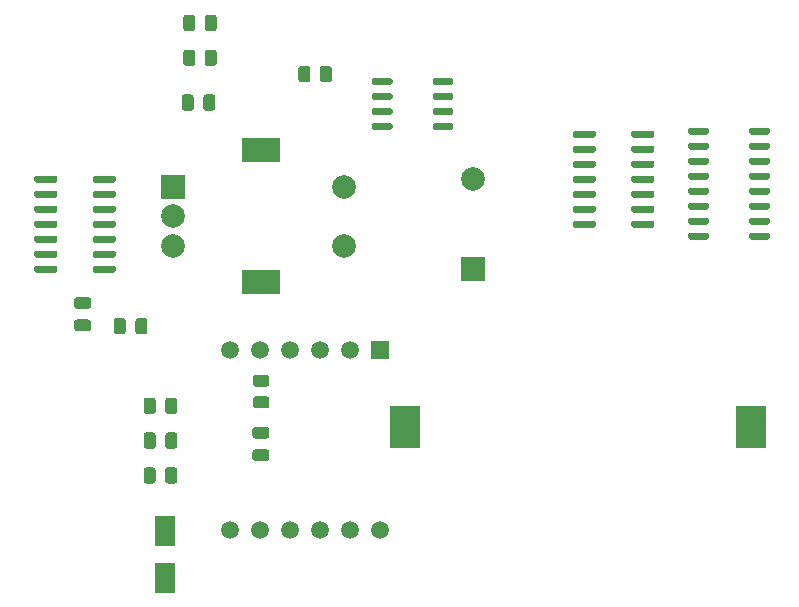
<source format=gbr>
%TF.GenerationSoftware,KiCad,Pcbnew,(5.1.8)-1*%
%TF.CreationDate,2021-03-12T13:42:17+01:00*%
%TF.ProjectId,AP,41502e6b-6963-4616-945f-706362585858,rev?*%
%TF.SameCoordinates,Original*%
%TF.FileFunction,Soldermask,Bot*%
%TF.FilePolarity,Negative*%
%FSLAX46Y46*%
G04 Gerber Fmt 4.6, Leading zero omitted, Abs format (unit mm)*
G04 Created by KiCad (PCBNEW (5.1.8)-1) date 2021-03-12 13:42:17*
%MOMM*%
%LPD*%
G01*
G04 APERTURE LIST*
%ADD10R,2.000000X2.000000*%
%ADD11C,2.000000*%
%ADD12R,3.200000X2.000000*%
%ADD13C,1.500000*%
%ADD14R,1.500000X1.500000*%
%ADD15R,1.800000X2.500000*%
%ADD16R,2.600000X3.600000*%
G04 APERTURE END LIST*
%TO.C,RTC1*%
G36*
G01*
X170610000Y-82065000D02*
X170610000Y-81765000D01*
G75*
G02*
X170760000Y-81615000I150000J0D01*
G01*
X172210000Y-81615000D01*
G75*
G02*
X172360000Y-81765000I0J-150000D01*
G01*
X172360000Y-82065000D01*
G75*
G02*
X172210000Y-82215000I-150000J0D01*
G01*
X170760000Y-82215000D01*
G75*
G02*
X170610000Y-82065000I0J150000D01*
G01*
G37*
G36*
G01*
X170610000Y-80795000D02*
X170610000Y-80495000D01*
G75*
G02*
X170760000Y-80345000I150000J0D01*
G01*
X172210000Y-80345000D01*
G75*
G02*
X172360000Y-80495000I0J-150000D01*
G01*
X172360000Y-80795000D01*
G75*
G02*
X172210000Y-80945000I-150000J0D01*
G01*
X170760000Y-80945000D01*
G75*
G02*
X170610000Y-80795000I0J150000D01*
G01*
G37*
G36*
G01*
X170610000Y-79525000D02*
X170610000Y-79225000D01*
G75*
G02*
X170760000Y-79075000I150000J0D01*
G01*
X172210000Y-79075000D01*
G75*
G02*
X172360000Y-79225000I0J-150000D01*
G01*
X172360000Y-79525000D01*
G75*
G02*
X172210000Y-79675000I-150000J0D01*
G01*
X170760000Y-79675000D01*
G75*
G02*
X170610000Y-79525000I0J150000D01*
G01*
G37*
G36*
G01*
X170610000Y-78255000D02*
X170610000Y-77955000D01*
G75*
G02*
X170760000Y-77805000I150000J0D01*
G01*
X172210000Y-77805000D01*
G75*
G02*
X172360000Y-77955000I0J-150000D01*
G01*
X172360000Y-78255000D01*
G75*
G02*
X172210000Y-78405000I-150000J0D01*
G01*
X170760000Y-78405000D01*
G75*
G02*
X170610000Y-78255000I0J150000D01*
G01*
G37*
G36*
G01*
X165460000Y-78255000D02*
X165460000Y-77955000D01*
G75*
G02*
X165610000Y-77805000I150000J0D01*
G01*
X167060000Y-77805000D01*
G75*
G02*
X167210000Y-77955000I0J-150000D01*
G01*
X167210000Y-78255000D01*
G75*
G02*
X167060000Y-78405000I-150000J0D01*
G01*
X165610000Y-78405000D01*
G75*
G02*
X165460000Y-78255000I0J150000D01*
G01*
G37*
G36*
G01*
X165460000Y-79525000D02*
X165460000Y-79225000D01*
G75*
G02*
X165610000Y-79075000I150000J0D01*
G01*
X167060000Y-79075000D01*
G75*
G02*
X167210000Y-79225000I0J-150000D01*
G01*
X167210000Y-79525000D01*
G75*
G02*
X167060000Y-79675000I-150000J0D01*
G01*
X165610000Y-79675000D01*
G75*
G02*
X165460000Y-79525000I0J150000D01*
G01*
G37*
G36*
G01*
X165460000Y-80795000D02*
X165460000Y-80495000D01*
G75*
G02*
X165610000Y-80345000I150000J0D01*
G01*
X167060000Y-80345000D01*
G75*
G02*
X167210000Y-80495000I0J-150000D01*
G01*
X167210000Y-80795000D01*
G75*
G02*
X167060000Y-80945000I-150000J0D01*
G01*
X165610000Y-80945000D01*
G75*
G02*
X165460000Y-80795000I0J150000D01*
G01*
G37*
G36*
G01*
X165460000Y-82065000D02*
X165460000Y-81765000D01*
G75*
G02*
X165610000Y-81615000I150000J0D01*
G01*
X167060000Y-81615000D01*
G75*
G02*
X167210000Y-81765000I0J-150000D01*
G01*
X167210000Y-82065000D01*
G75*
G02*
X167060000Y-82215000I-150000J0D01*
G01*
X165610000Y-82215000D01*
G75*
G02*
X165460000Y-82065000I0J150000D01*
G01*
G37*
%TD*%
%TO.C,RI2c2*%
G36*
G01*
X161055000Y-77920001D02*
X161055000Y-77019999D01*
G75*
G02*
X161304999Y-76770000I249999J0D01*
G01*
X161830001Y-76770000D01*
G75*
G02*
X162080000Y-77019999I0J-249999D01*
G01*
X162080000Y-77920001D01*
G75*
G02*
X161830001Y-78170000I-249999J0D01*
G01*
X161304999Y-78170000D01*
G75*
G02*
X161055000Y-77920001I0J249999D01*
G01*
G37*
G36*
G01*
X159230000Y-77920001D02*
X159230000Y-77019999D01*
G75*
G02*
X159479999Y-76770000I249999J0D01*
G01*
X160005001Y-76770000D01*
G75*
G02*
X160255000Y-77019999I0J-249999D01*
G01*
X160255000Y-77920001D01*
G75*
G02*
X160005001Y-78170000I-249999J0D01*
G01*
X159479999Y-78170000D01*
G75*
G02*
X159230000Y-77920001I0J249999D01*
G01*
G37*
%TD*%
%TO.C,RI2c1*%
G36*
G01*
X151174400Y-80333001D02*
X151174400Y-79432999D01*
G75*
G02*
X151424399Y-79183000I249999J0D01*
G01*
X151949401Y-79183000D01*
G75*
G02*
X152199400Y-79432999I0J-249999D01*
G01*
X152199400Y-80333001D01*
G75*
G02*
X151949401Y-80583000I-249999J0D01*
G01*
X151424399Y-80583000D01*
G75*
G02*
X151174400Y-80333001I0J249999D01*
G01*
G37*
G36*
G01*
X149349400Y-80333001D02*
X149349400Y-79432999D01*
G75*
G02*
X149599399Y-79183000I249999J0D01*
G01*
X150124401Y-79183000D01*
G75*
G02*
X150374400Y-79432999I0J-249999D01*
G01*
X150374400Y-80333001D01*
G75*
G02*
X150124401Y-80583000I-249999J0D01*
G01*
X149599399Y-80583000D01*
G75*
G02*
X149349400Y-80333001I0J249999D01*
G01*
G37*
%TD*%
%TO.C,Rec3*%
G36*
G01*
X151304401Y-73583000D02*
X151304401Y-72682998D01*
G75*
G02*
X151554400Y-72432999I249999J0D01*
G01*
X152079402Y-72432999D01*
G75*
G02*
X152329401Y-72682998I0J-249999D01*
G01*
X152329401Y-73583000D01*
G75*
G02*
X152079402Y-73832999I-249999J0D01*
G01*
X151554400Y-73832999D01*
G75*
G02*
X151304401Y-73583000I0J249999D01*
G01*
G37*
G36*
G01*
X149479401Y-73583000D02*
X149479401Y-72682998D01*
G75*
G02*
X149729400Y-72432999I249999J0D01*
G01*
X150254402Y-72432999D01*
G75*
G02*
X150504401Y-72682998I0J-249999D01*
G01*
X150504401Y-73583000D01*
G75*
G02*
X150254402Y-73832999I-249999J0D01*
G01*
X149729400Y-73832999D01*
G75*
G02*
X149479401Y-73583000I0J249999D01*
G01*
G37*
%TD*%
%TO.C,Rec2*%
G36*
G01*
X145434000Y-99256001D02*
X145434000Y-98355999D01*
G75*
G02*
X145683999Y-98106000I249999J0D01*
G01*
X146209001Y-98106000D01*
G75*
G02*
X146459000Y-98355999I0J-249999D01*
G01*
X146459000Y-99256001D01*
G75*
G02*
X146209001Y-99506000I-249999J0D01*
G01*
X145683999Y-99506000D01*
G75*
G02*
X145434000Y-99256001I0J249999D01*
G01*
G37*
G36*
G01*
X143609000Y-99256001D02*
X143609000Y-98355999D01*
G75*
G02*
X143858999Y-98106000I249999J0D01*
G01*
X144384001Y-98106000D01*
G75*
G02*
X144634000Y-98355999I0J-249999D01*
G01*
X144634000Y-99256001D01*
G75*
G02*
X144384001Y-99506000I-249999J0D01*
G01*
X143858999Y-99506000D01*
G75*
G02*
X143609000Y-99256001I0J249999D01*
G01*
G37*
%TD*%
%TO.C,Rec1*%
G36*
G01*
X151304401Y-76533000D02*
X151304401Y-75632998D01*
G75*
G02*
X151554400Y-75382999I249999J0D01*
G01*
X152079402Y-75382999D01*
G75*
G02*
X152329401Y-75632998I0J-249999D01*
G01*
X152329401Y-76533000D01*
G75*
G02*
X152079402Y-76782999I-249999J0D01*
G01*
X151554400Y-76782999D01*
G75*
G02*
X151304401Y-76533000I0J249999D01*
G01*
G37*
G36*
G01*
X149479401Y-76533000D02*
X149479401Y-75632998D01*
G75*
G02*
X149729400Y-75382999I249999J0D01*
G01*
X150254402Y-75382999D01*
G75*
G02*
X150504401Y-75632998I0J-249999D01*
G01*
X150504401Y-76533000D01*
G75*
G02*
X150254402Y-76782999I-249999J0D01*
G01*
X149729400Y-76782999D01*
G75*
G02*
X149479401Y-76533000I0J249999D01*
G01*
G37*
%TD*%
%TO.C,R4*%
G36*
G01*
X147957801Y-105999000D02*
X147957801Y-105098998D01*
G75*
G02*
X148207800Y-104848999I249999J0D01*
G01*
X148732802Y-104848999D01*
G75*
G02*
X148982801Y-105098998I0J-249999D01*
G01*
X148982801Y-105999000D01*
G75*
G02*
X148732802Y-106248999I-249999J0D01*
G01*
X148207800Y-106248999D01*
G75*
G02*
X147957801Y-105999000I0J249999D01*
G01*
G37*
G36*
G01*
X146132801Y-105999000D02*
X146132801Y-105098998D01*
G75*
G02*
X146382800Y-104848999I249999J0D01*
G01*
X146907802Y-104848999D01*
G75*
G02*
X147157801Y-105098998I0J-249999D01*
G01*
X147157801Y-105999000D01*
G75*
G02*
X146907802Y-106248999I-249999J0D01*
G01*
X146382800Y-106248999D01*
G75*
G02*
X146132801Y-105999000I0J249999D01*
G01*
G37*
%TD*%
%TO.C,R3*%
G36*
G01*
X147957801Y-108949000D02*
X147957801Y-108048998D01*
G75*
G02*
X148207800Y-107798999I249999J0D01*
G01*
X148732802Y-107798999D01*
G75*
G02*
X148982801Y-108048998I0J-249999D01*
G01*
X148982801Y-108949000D01*
G75*
G02*
X148732802Y-109198999I-249999J0D01*
G01*
X148207800Y-109198999D01*
G75*
G02*
X147957801Y-108949000I0J249999D01*
G01*
G37*
G36*
G01*
X146132801Y-108949000D02*
X146132801Y-108048998D01*
G75*
G02*
X146382800Y-107798999I249999J0D01*
G01*
X146907802Y-107798999D01*
G75*
G02*
X147157801Y-108048998I0J-249999D01*
G01*
X147157801Y-108949000D01*
G75*
G02*
X146907802Y-109198999I-249999J0D01*
G01*
X146382800Y-109198999D01*
G75*
G02*
X146132801Y-108949000I0J249999D01*
G01*
G37*
%TD*%
%TO.C,R2*%
G36*
G01*
X147957801Y-111899000D02*
X147957801Y-110998998D01*
G75*
G02*
X148207800Y-110748999I249999J0D01*
G01*
X148732802Y-110748999D01*
G75*
G02*
X148982801Y-110998998I0J-249999D01*
G01*
X148982801Y-111899000D01*
G75*
G02*
X148732802Y-112148999I-249999J0D01*
G01*
X148207800Y-112148999D01*
G75*
G02*
X147957801Y-111899000I0J249999D01*
G01*
G37*
G36*
G01*
X146132801Y-111899000D02*
X146132801Y-110998998D01*
G75*
G02*
X146382800Y-110748999I249999J0D01*
G01*
X146907802Y-110748999D01*
G75*
G02*
X147157801Y-110998998I0J-249999D01*
G01*
X147157801Y-111899000D01*
G75*
G02*
X146907802Y-112148999I-249999J0D01*
G01*
X146382800Y-112148999D01*
G75*
G02*
X146132801Y-111899000I0J249999D01*
G01*
G37*
%TD*%
%TO.C,R1*%
G36*
G01*
X156540000Y-103944399D02*
X155639998Y-103944399D01*
G75*
G02*
X155389999Y-103694400I0J249999D01*
G01*
X155389999Y-103169398D01*
G75*
G02*
X155639998Y-102919399I249999J0D01*
G01*
X156540000Y-102919399D01*
G75*
G02*
X156789999Y-103169398I0J-249999D01*
G01*
X156789999Y-103694400D01*
G75*
G02*
X156540000Y-103944399I-249999J0D01*
G01*
G37*
G36*
G01*
X156540000Y-105769399D02*
X155639998Y-105769399D01*
G75*
G02*
X155389999Y-105519400I0J249999D01*
G01*
X155389999Y-104994398D01*
G75*
G02*
X155639998Y-104744399I249999J0D01*
G01*
X156540000Y-104744399D01*
G75*
G02*
X156789999Y-104994398I0J-249999D01*
G01*
X156789999Y-105519400D01*
G75*
G02*
X156540000Y-105769399I-249999J0D01*
G01*
G37*
%TD*%
D10*
%TO.C,Nastaven1*%
X148590000Y-86995000D03*
D11*
X148590000Y-89495000D03*
X148590000Y-91995000D03*
D12*
X156090000Y-83895000D03*
X156090000Y-95095000D03*
D11*
X163090000Y-86995000D03*
X163090000Y-91995000D03*
%TD*%
D13*
%TO.C,Displej1*%
X166116000Y-116078000D03*
X163576000Y-116078000D03*
X161036000Y-116078000D03*
X158496000Y-116078000D03*
X155956000Y-116078000D03*
X153416000Y-116078000D03*
X153416000Y-100838000D03*
X155956000Y-100838000D03*
X158496000Y-100838000D03*
X161036000Y-100838000D03*
X163576000Y-100838000D03*
D14*
X166116000Y-100838000D03*
%TD*%
D15*
%TO.C,Dioda1*%
X147955000Y-116110000D03*
X147955000Y-120110000D03*
%TD*%
%TO.C,Demultiplexor1*%
G36*
G01*
X194007000Y-82146000D02*
X194007000Y-82446000D01*
G75*
G02*
X193857000Y-82596000I-150000J0D01*
G01*
X192407000Y-82596000D01*
G75*
G02*
X192257000Y-82446000I0J150000D01*
G01*
X192257000Y-82146000D01*
G75*
G02*
X192407000Y-81996000I150000J0D01*
G01*
X193857000Y-81996000D01*
G75*
G02*
X194007000Y-82146000I0J-150000D01*
G01*
G37*
G36*
G01*
X194007000Y-83416000D02*
X194007000Y-83716000D01*
G75*
G02*
X193857000Y-83866000I-150000J0D01*
G01*
X192407000Y-83866000D01*
G75*
G02*
X192257000Y-83716000I0J150000D01*
G01*
X192257000Y-83416000D01*
G75*
G02*
X192407000Y-83266000I150000J0D01*
G01*
X193857000Y-83266000D01*
G75*
G02*
X194007000Y-83416000I0J-150000D01*
G01*
G37*
G36*
G01*
X194007000Y-84686000D02*
X194007000Y-84986000D01*
G75*
G02*
X193857000Y-85136000I-150000J0D01*
G01*
X192407000Y-85136000D01*
G75*
G02*
X192257000Y-84986000I0J150000D01*
G01*
X192257000Y-84686000D01*
G75*
G02*
X192407000Y-84536000I150000J0D01*
G01*
X193857000Y-84536000D01*
G75*
G02*
X194007000Y-84686000I0J-150000D01*
G01*
G37*
G36*
G01*
X194007000Y-85956000D02*
X194007000Y-86256000D01*
G75*
G02*
X193857000Y-86406000I-150000J0D01*
G01*
X192407000Y-86406000D01*
G75*
G02*
X192257000Y-86256000I0J150000D01*
G01*
X192257000Y-85956000D01*
G75*
G02*
X192407000Y-85806000I150000J0D01*
G01*
X193857000Y-85806000D01*
G75*
G02*
X194007000Y-85956000I0J-150000D01*
G01*
G37*
G36*
G01*
X194007000Y-87226000D02*
X194007000Y-87526000D01*
G75*
G02*
X193857000Y-87676000I-150000J0D01*
G01*
X192407000Y-87676000D01*
G75*
G02*
X192257000Y-87526000I0J150000D01*
G01*
X192257000Y-87226000D01*
G75*
G02*
X192407000Y-87076000I150000J0D01*
G01*
X193857000Y-87076000D01*
G75*
G02*
X194007000Y-87226000I0J-150000D01*
G01*
G37*
G36*
G01*
X194007000Y-88496000D02*
X194007000Y-88796000D01*
G75*
G02*
X193857000Y-88946000I-150000J0D01*
G01*
X192407000Y-88946000D01*
G75*
G02*
X192257000Y-88796000I0J150000D01*
G01*
X192257000Y-88496000D01*
G75*
G02*
X192407000Y-88346000I150000J0D01*
G01*
X193857000Y-88346000D01*
G75*
G02*
X194007000Y-88496000I0J-150000D01*
G01*
G37*
G36*
G01*
X194007000Y-89766000D02*
X194007000Y-90066000D01*
G75*
G02*
X193857000Y-90216000I-150000J0D01*
G01*
X192407000Y-90216000D01*
G75*
G02*
X192257000Y-90066000I0J150000D01*
G01*
X192257000Y-89766000D01*
G75*
G02*
X192407000Y-89616000I150000J0D01*
G01*
X193857000Y-89616000D01*
G75*
G02*
X194007000Y-89766000I0J-150000D01*
G01*
G37*
G36*
G01*
X194007000Y-91036000D02*
X194007000Y-91336000D01*
G75*
G02*
X193857000Y-91486000I-150000J0D01*
G01*
X192407000Y-91486000D01*
G75*
G02*
X192257000Y-91336000I0J150000D01*
G01*
X192257000Y-91036000D01*
G75*
G02*
X192407000Y-90886000I150000J0D01*
G01*
X193857000Y-90886000D01*
G75*
G02*
X194007000Y-91036000I0J-150000D01*
G01*
G37*
G36*
G01*
X199157000Y-91036000D02*
X199157000Y-91336000D01*
G75*
G02*
X199007000Y-91486000I-150000J0D01*
G01*
X197557000Y-91486000D01*
G75*
G02*
X197407000Y-91336000I0J150000D01*
G01*
X197407000Y-91036000D01*
G75*
G02*
X197557000Y-90886000I150000J0D01*
G01*
X199007000Y-90886000D01*
G75*
G02*
X199157000Y-91036000I0J-150000D01*
G01*
G37*
G36*
G01*
X199157000Y-89766000D02*
X199157000Y-90066000D01*
G75*
G02*
X199007000Y-90216000I-150000J0D01*
G01*
X197557000Y-90216000D01*
G75*
G02*
X197407000Y-90066000I0J150000D01*
G01*
X197407000Y-89766000D01*
G75*
G02*
X197557000Y-89616000I150000J0D01*
G01*
X199007000Y-89616000D01*
G75*
G02*
X199157000Y-89766000I0J-150000D01*
G01*
G37*
G36*
G01*
X199157000Y-88496000D02*
X199157000Y-88796000D01*
G75*
G02*
X199007000Y-88946000I-150000J0D01*
G01*
X197557000Y-88946000D01*
G75*
G02*
X197407000Y-88796000I0J150000D01*
G01*
X197407000Y-88496000D01*
G75*
G02*
X197557000Y-88346000I150000J0D01*
G01*
X199007000Y-88346000D01*
G75*
G02*
X199157000Y-88496000I0J-150000D01*
G01*
G37*
G36*
G01*
X199157000Y-87226000D02*
X199157000Y-87526000D01*
G75*
G02*
X199007000Y-87676000I-150000J0D01*
G01*
X197557000Y-87676000D01*
G75*
G02*
X197407000Y-87526000I0J150000D01*
G01*
X197407000Y-87226000D01*
G75*
G02*
X197557000Y-87076000I150000J0D01*
G01*
X199007000Y-87076000D01*
G75*
G02*
X199157000Y-87226000I0J-150000D01*
G01*
G37*
G36*
G01*
X199157000Y-85956000D02*
X199157000Y-86256000D01*
G75*
G02*
X199007000Y-86406000I-150000J0D01*
G01*
X197557000Y-86406000D01*
G75*
G02*
X197407000Y-86256000I0J150000D01*
G01*
X197407000Y-85956000D01*
G75*
G02*
X197557000Y-85806000I150000J0D01*
G01*
X199007000Y-85806000D01*
G75*
G02*
X199157000Y-85956000I0J-150000D01*
G01*
G37*
G36*
G01*
X199157000Y-84686000D02*
X199157000Y-84986000D01*
G75*
G02*
X199007000Y-85136000I-150000J0D01*
G01*
X197557000Y-85136000D01*
G75*
G02*
X197407000Y-84986000I0J150000D01*
G01*
X197407000Y-84686000D01*
G75*
G02*
X197557000Y-84536000I150000J0D01*
G01*
X199007000Y-84536000D01*
G75*
G02*
X199157000Y-84686000I0J-150000D01*
G01*
G37*
G36*
G01*
X199157000Y-83416000D02*
X199157000Y-83716000D01*
G75*
G02*
X199007000Y-83866000I-150000J0D01*
G01*
X197557000Y-83866000D01*
G75*
G02*
X197407000Y-83716000I0J150000D01*
G01*
X197407000Y-83416000D01*
G75*
G02*
X197557000Y-83266000I150000J0D01*
G01*
X199007000Y-83266000D01*
G75*
G02*
X199157000Y-83416000I0J-150000D01*
G01*
G37*
G36*
G01*
X199157000Y-82146000D02*
X199157000Y-82446000D01*
G75*
G02*
X199007000Y-82596000I-150000J0D01*
G01*
X197557000Y-82596000D01*
G75*
G02*
X197407000Y-82446000I0J150000D01*
G01*
X197407000Y-82146000D01*
G75*
G02*
X197557000Y-81996000I150000J0D01*
G01*
X199007000Y-81996000D01*
G75*
G02*
X199157000Y-82146000I0J-150000D01*
G01*
G37*
%TD*%
%TO.C,C2*%
G36*
G01*
X141445000Y-97340000D02*
X140495000Y-97340000D01*
G75*
G02*
X140245000Y-97090000I0J250000D01*
G01*
X140245000Y-96590000D01*
G75*
G02*
X140495000Y-96340000I250000J0D01*
G01*
X141445000Y-96340000D01*
G75*
G02*
X141695000Y-96590000I0J-250000D01*
G01*
X141695000Y-97090000D01*
G75*
G02*
X141445000Y-97340000I-250000J0D01*
G01*
G37*
G36*
G01*
X141445000Y-99240000D02*
X140495000Y-99240000D01*
G75*
G02*
X140245000Y-98990000I0J250000D01*
G01*
X140245000Y-98490000D01*
G75*
G02*
X140495000Y-98240000I250000J0D01*
G01*
X141445000Y-98240000D01*
G75*
G02*
X141695000Y-98490000I0J-250000D01*
G01*
X141695000Y-98990000D01*
G75*
G02*
X141445000Y-99240000I-250000J0D01*
G01*
G37*
%TD*%
%TO.C,C1*%
G36*
G01*
X156534999Y-108324399D02*
X155584999Y-108324399D01*
G75*
G02*
X155334999Y-108074399I0J250000D01*
G01*
X155334999Y-107574399D01*
G75*
G02*
X155584999Y-107324399I250000J0D01*
G01*
X156534999Y-107324399D01*
G75*
G02*
X156784999Y-107574399I0J-250000D01*
G01*
X156784999Y-108074399D01*
G75*
G02*
X156534999Y-108324399I-250000J0D01*
G01*
G37*
G36*
G01*
X156534999Y-110224399D02*
X155584999Y-110224399D01*
G75*
G02*
X155334999Y-109974399I0J250000D01*
G01*
X155334999Y-109474399D01*
G75*
G02*
X155584999Y-109224399I250000J0D01*
G01*
X156534999Y-109224399D01*
G75*
G02*
X156784999Y-109474399I0J-250000D01*
G01*
X156784999Y-109974399D01*
G75*
G02*
X156534999Y-110224399I-250000J0D01*
G01*
G37*
%TD*%
D11*
%TO.C,bzu\u010D\u00E1k1*%
X173990000Y-86380000D03*
D10*
X173990000Y-93980000D03*
%TD*%
D16*
%TO.C,Baterie1*%
X168230000Y-107315000D03*
X197530000Y-107315000D03*
%TD*%
%TO.C,U1*%
G36*
G01*
X189378000Y-82400000D02*
X189378000Y-82700000D01*
G75*
G02*
X189228000Y-82850000I-150000J0D01*
G01*
X187578000Y-82850000D01*
G75*
G02*
X187428000Y-82700000I0J150000D01*
G01*
X187428000Y-82400000D01*
G75*
G02*
X187578000Y-82250000I150000J0D01*
G01*
X189228000Y-82250000D01*
G75*
G02*
X189378000Y-82400000I0J-150000D01*
G01*
G37*
G36*
G01*
X189378000Y-83670000D02*
X189378000Y-83970000D01*
G75*
G02*
X189228000Y-84120000I-150000J0D01*
G01*
X187578000Y-84120000D01*
G75*
G02*
X187428000Y-83970000I0J150000D01*
G01*
X187428000Y-83670000D01*
G75*
G02*
X187578000Y-83520000I150000J0D01*
G01*
X189228000Y-83520000D01*
G75*
G02*
X189378000Y-83670000I0J-150000D01*
G01*
G37*
G36*
G01*
X189378000Y-84940000D02*
X189378000Y-85240000D01*
G75*
G02*
X189228000Y-85390000I-150000J0D01*
G01*
X187578000Y-85390000D01*
G75*
G02*
X187428000Y-85240000I0J150000D01*
G01*
X187428000Y-84940000D01*
G75*
G02*
X187578000Y-84790000I150000J0D01*
G01*
X189228000Y-84790000D01*
G75*
G02*
X189378000Y-84940000I0J-150000D01*
G01*
G37*
G36*
G01*
X189378000Y-86210000D02*
X189378000Y-86510000D01*
G75*
G02*
X189228000Y-86660000I-150000J0D01*
G01*
X187578000Y-86660000D01*
G75*
G02*
X187428000Y-86510000I0J150000D01*
G01*
X187428000Y-86210000D01*
G75*
G02*
X187578000Y-86060000I150000J0D01*
G01*
X189228000Y-86060000D01*
G75*
G02*
X189378000Y-86210000I0J-150000D01*
G01*
G37*
G36*
G01*
X189378000Y-87480000D02*
X189378000Y-87780000D01*
G75*
G02*
X189228000Y-87930000I-150000J0D01*
G01*
X187578000Y-87930000D01*
G75*
G02*
X187428000Y-87780000I0J150000D01*
G01*
X187428000Y-87480000D01*
G75*
G02*
X187578000Y-87330000I150000J0D01*
G01*
X189228000Y-87330000D01*
G75*
G02*
X189378000Y-87480000I0J-150000D01*
G01*
G37*
G36*
G01*
X189378000Y-88750000D02*
X189378000Y-89050000D01*
G75*
G02*
X189228000Y-89200000I-150000J0D01*
G01*
X187578000Y-89200000D01*
G75*
G02*
X187428000Y-89050000I0J150000D01*
G01*
X187428000Y-88750000D01*
G75*
G02*
X187578000Y-88600000I150000J0D01*
G01*
X189228000Y-88600000D01*
G75*
G02*
X189378000Y-88750000I0J-150000D01*
G01*
G37*
G36*
G01*
X189378000Y-90020000D02*
X189378000Y-90320000D01*
G75*
G02*
X189228000Y-90470000I-150000J0D01*
G01*
X187578000Y-90470000D01*
G75*
G02*
X187428000Y-90320000I0J150000D01*
G01*
X187428000Y-90020000D01*
G75*
G02*
X187578000Y-89870000I150000J0D01*
G01*
X189228000Y-89870000D01*
G75*
G02*
X189378000Y-90020000I0J-150000D01*
G01*
G37*
G36*
G01*
X184428000Y-90020000D02*
X184428000Y-90320000D01*
G75*
G02*
X184278000Y-90470000I-150000J0D01*
G01*
X182628000Y-90470000D01*
G75*
G02*
X182478000Y-90320000I0J150000D01*
G01*
X182478000Y-90020000D01*
G75*
G02*
X182628000Y-89870000I150000J0D01*
G01*
X184278000Y-89870000D01*
G75*
G02*
X184428000Y-90020000I0J-150000D01*
G01*
G37*
G36*
G01*
X184428000Y-88750000D02*
X184428000Y-89050000D01*
G75*
G02*
X184278000Y-89200000I-150000J0D01*
G01*
X182628000Y-89200000D01*
G75*
G02*
X182478000Y-89050000I0J150000D01*
G01*
X182478000Y-88750000D01*
G75*
G02*
X182628000Y-88600000I150000J0D01*
G01*
X184278000Y-88600000D01*
G75*
G02*
X184428000Y-88750000I0J-150000D01*
G01*
G37*
G36*
G01*
X184428000Y-87480000D02*
X184428000Y-87780000D01*
G75*
G02*
X184278000Y-87930000I-150000J0D01*
G01*
X182628000Y-87930000D01*
G75*
G02*
X182478000Y-87780000I0J150000D01*
G01*
X182478000Y-87480000D01*
G75*
G02*
X182628000Y-87330000I150000J0D01*
G01*
X184278000Y-87330000D01*
G75*
G02*
X184428000Y-87480000I0J-150000D01*
G01*
G37*
G36*
G01*
X184428000Y-86210000D02*
X184428000Y-86510000D01*
G75*
G02*
X184278000Y-86660000I-150000J0D01*
G01*
X182628000Y-86660000D01*
G75*
G02*
X182478000Y-86510000I0J150000D01*
G01*
X182478000Y-86210000D01*
G75*
G02*
X182628000Y-86060000I150000J0D01*
G01*
X184278000Y-86060000D01*
G75*
G02*
X184428000Y-86210000I0J-150000D01*
G01*
G37*
G36*
G01*
X184428000Y-84940000D02*
X184428000Y-85240000D01*
G75*
G02*
X184278000Y-85390000I-150000J0D01*
G01*
X182628000Y-85390000D01*
G75*
G02*
X182478000Y-85240000I0J150000D01*
G01*
X182478000Y-84940000D01*
G75*
G02*
X182628000Y-84790000I150000J0D01*
G01*
X184278000Y-84790000D01*
G75*
G02*
X184428000Y-84940000I0J-150000D01*
G01*
G37*
G36*
G01*
X184428000Y-83670000D02*
X184428000Y-83970000D01*
G75*
G02*
X184278000Y-84120000I-150000J0D01*
G01*
X182628000Y-84120000D01*
G75*
G02*
X182478000Y-83970000I0J150000D01*
G01*
X182478000Y-83670000D01*
G75*
G02*
X182628000Y-83520000I150000J0D01*
G01*
X184278000Y-83520000D01*
G75*
G02*
X184428000Y-83670000I0J-150000D01*
G01*
G37*
G36*
G01*
X184428000Y-82400000D02*
X184428000Y-82700000D01*
G75*
G02*
X184278000Y-82850000I-150000J0D01*
G01*
X182628000Y-82850000D01*
G75*
G02*
X182478000Y-82700000I0J150000D01*
G01*
X182478000Y-82400000D01*
G75*
G02*
X182628000Y-82250000I150000J0D01*
G01*
X184278000Y-82250000D01*
G75*
G02*
X184428000Y-82400000I0J-150000D01*
G01*
G37*
%TD*%
%TO.C,U2*%
G36*
G01*
X141835000Y-94130000D02*
X141835000Y-93830000D01*
G75*
G02*
X141985000Y-93680000I150000J0D01*
G01*
X143635000Y-93680000D01*
G75*
G02*
X143785000Y-93830000I0J-150000D01*
G01*
X143785000Y-94130000D01*
G75*
G02*
X143635000Y-94280000I-150000J0D01*
G01*
X141985000Y-94280000D01*
G75*
G02*
X141835000Y-94130000I0J150000D01*
G01*
G37*
G36*
G01*
X141835000Y-92860000D02*
X141835000Y-92560000D01*
G75*
G02*
X141985000Y-92410000I150000J0D01*
G01*
X143635000Y-92410000D01*
G75*
G02*
X143785000Y-92560000I0J-150000D01*
G01*
X143785000Y-92860000D01*
G75*
G02*
X143635000Y-93010000I-150000J0D01*
G01*
X141985000Y-93010000D01*
G75*
G02*
X141835000Y-92860000I0J150000D01*
G01*
G37*
G36*
G01*
X141835000Y-91590000D02*
X141835000Y-91290000D01*
G75*
G02*
X141985000Y-91140000I150000J0D01*
G01*
X143635000Y-91140000D01*
G75*
G02*
X143785000Y-91290000I0J-150000D01*
G01*
X143785000Y-91590000D01*
G75*
G02*
X143635000Y-91740000I-150000J0D01*
G01*
X141985000Y-91740000D01*
G75*
G02*
X141835000Y-91590000I0J150000D01*
G01*
G37*
G36*
G01*
X141835000Y-90320000D02*
X141835000Y-90020000D01*
G75*
G02*
X141985000Y-89870000I150000J0D01*
G01*
X143635000Y-89870000D01*
G75*
G02*
X143785000Y-90020000I0J-150000D01*
G01*
X143785000Y-90320000D01*
G75*
G02*
X143635000Y-90470000I-150000J0D01*
G01*
X141985000Y-90470000D01*
G75*
G02*
X141835000Y-90320000I0J150000D01*
G01*
G37*
G36*
G01*
X141835000Y-89050000D02*
X141835000Y-88750000D01*
G75*
G02*
X141985000Y-88600000I150000J0D01*
G01*
X143635000Y-88600000D01*
G75*
G02*
X143785000Y-88750000I0J-150000D01*
G01*
X143785000Y-89050000D01*
G75*
G02*
X143635000Y-89200000I-150000J0D01*
G01*
X141985000Y-89200000D01*
G75*
G02*
X141835000Y-89050000I0J150000D01*
G01*
G37*
G36*
G01*
X141835000Y-87780000D02*
X141835000Y-87480000D01*
G75*
G02*
X141985000Y-87330000I150000J0D01*
G01*
X143635000Y-87330000D01*
G75*
G02*
X143785000Y-87480000I0J-150000D01*
G01*
X143785000Y-87780000D01*
G75*
G02*
X143635000Y-87930000I-150000J0D01*
G01*
X141985000Y-87930000D01*
G75*
G02*
X141835000Y-87780000I0J150000D01*
G01*
G37*
G36*
G01*
X141835000Y-86510000D02*
X141835000Y-86210000D01*
G75*
G02*
X141985000Y-86060000I150000J0D01*
G01*
X143635000Y-86060000D01*
G75*
G02*
X143785000Y-86210000I0J-150000D01*
G01*
X143785000Y-86510000D01*
G75*
G02*
X143635000Y-86660000I-150000J0D01*
G01*
X141985000Y-86660000D01*
G75*
G02*
X141835000Y-86510000I0J150000D01*
G01*
G37*
G36*
G01*
X136885000Y-86510000D02*
X136885000Y-86210000D01*
G75*
G02*
X137035000Y-86060000I150000J0D01*
G01*
X138685000Y-86060000D01*
G75*
G02*
X138835000Y-86210000I0J-150000D01*
G01*
X138835000Y-86510000D01*
G75*
G02*
X138685000Y-86660000I-150000J0D01*
G01*
X137035000Y-86660000D01*
G75*
G02*
X136885000Y-86510000I0J150000D01*
G01*
G37*
G36*
G01*
X136885000Y-87780000D02*
X136885000Y-87480000D01*
G75*
G02*
X137035000Y-87330000I150000J0D01*
G01*
X138685000Y-87330000D01*
G75*
G02*
X138835000Y-87480000I0J-150000D01*
G01*
X138835000Y-87780000D01*
G75*
G02*
X138685000Y-87930000I-150000J0D01*
G01*
X137035000Y-87930000D01*
G75*
G02*
X136885000Y-87780000I0J150000D01*
G01*
G37*
G36*
G01*
X136885000Y-89050000D02*
X136885000Y-88750000D01*
G75*
G02*
X137035000Y-88600000I150000J0D01*
G01*
X138685000Y-88600000D01*
G75*
G02*
X138835000Y-88750000I0J-150000D01*
G01*
X138835000Y-89050000D01*
G75*
G02*
X138685000Y-89200000I-150000J0D01*
G01*
X137035000Y-89200000D01*
G75*
G02*
X136885000Y-89050000I0J150000D01*
G01*
G37*
G36*
G01*
X136885000Y-90320000D02*
X136885000Y-90020000D01*
G75*
G02*
X137035000Y-89870000I150000J0D01*
G01*
X138685000Y-89870000D01*
G75*
G02*
X138835000Y-90020000I0J-150000D01*
G01*
X138835000Y-90320000D01*
G75*
G02*
X138685000Y-90470000I-150000J0D01*
G01*
X137035000Y-90470000D01*
G75*
G02*
X136885000Y-90320000I0J150000D01*
G01*
G37*
G36*
G01*
X136885000Y-91590000D02*
X136885000Y-91290000D01*
G75*
G02*
X137035000Y-91140000I150000J0D01*
G01*
X138685000Y-91140000D01*
G75*
G02*
X138835000Y-91290000I0J-150000D01*
G01*
X138835000Y-91590000D01*
G75*
G02*
X138685000Y-91740000I-150000J0D01*
G01*
X137035000Y-91740000D01*
G75*
G02*
X136885000Y-91590000I0J150000D01*
G01*
G37*
G36*
G01*
X136885000Y-92860000D02*
X136885000Y-92560000D01*
G75*
G02*
X137035000Y-92410000I150000J0D01*
G01*
X138685000Y-92410000D01*
G75*
G02*
X138835000Y-92560000I0J-150000D01*
G01*
X138835000Y-92860000D01*
G75*
G02*
X138685000Y-93010000I-150000J0D01*
G01*
X137035000Y-93010000D01*
G75*
G02*
X136885000Y-92860000I0J150000D01*
G01*
G37*
G36*
G01*
X136885000Y-94130000D02*
X136885000Y-93830000D01*
G75*
G02*
X137035000Y-93680000I150000J0D01*
G01*
X138685000Y-93680000D01*
G75*
G02*
X138835000Y-93830000I0J-150000D01*
G01*
X138835000Y-94130000D01*
G75*
G02*
X138685000Y-94280000I-150000J0D01*
G01*
X137035000Y-94280000D01*
G75*
G02*
X136885000Y-94130000I0J150000D01*
G01*
G37*
%TD*%
M02*

</source>
